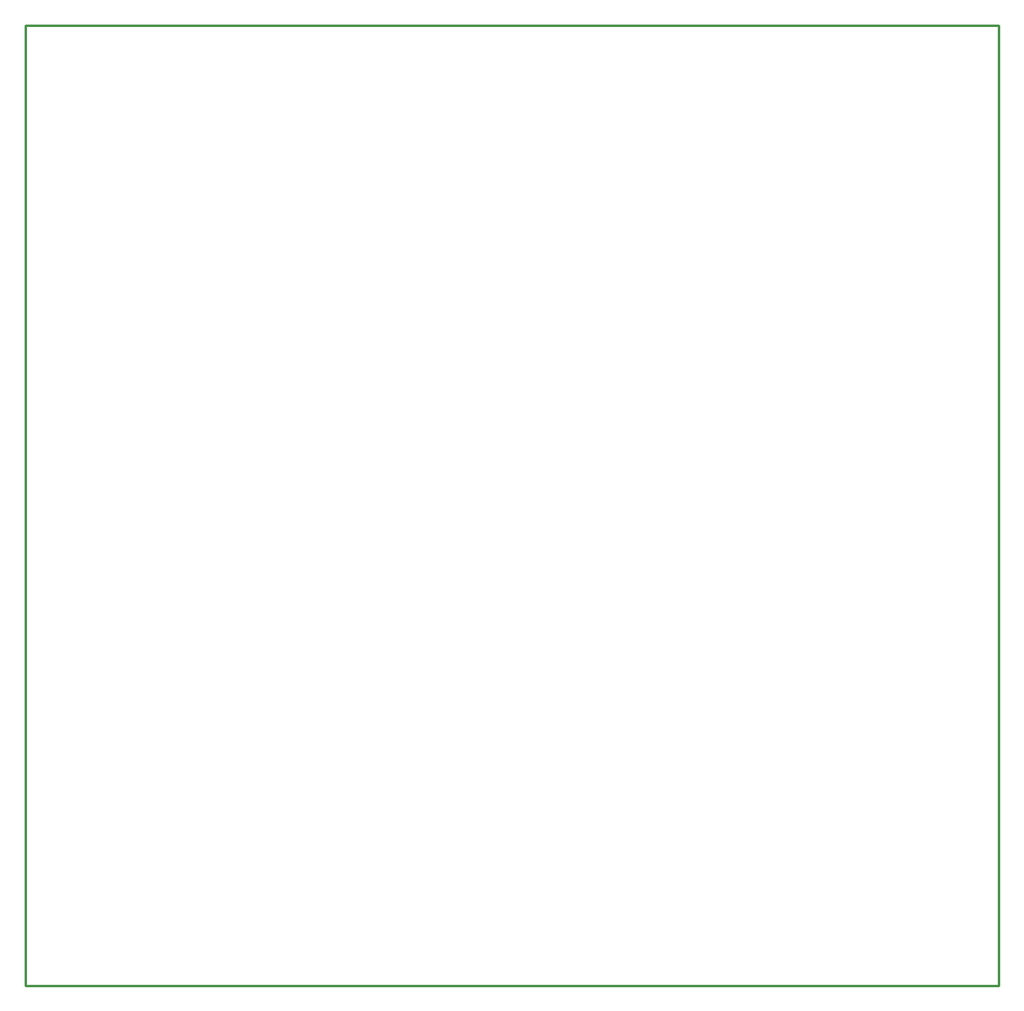
<source format=gko>
G04 Layer_Color=16711935*
%FSLAX25Y25*%
%MOIN*%
G70*
G01*
G75*
%ADD22C,0.01000*%
D22*
X0Y0D02*
X396000D01*
Y391000D01*
X0D02*
X396000D01*
X0Y0D02*
Y391000D01*
M02*

</source>
